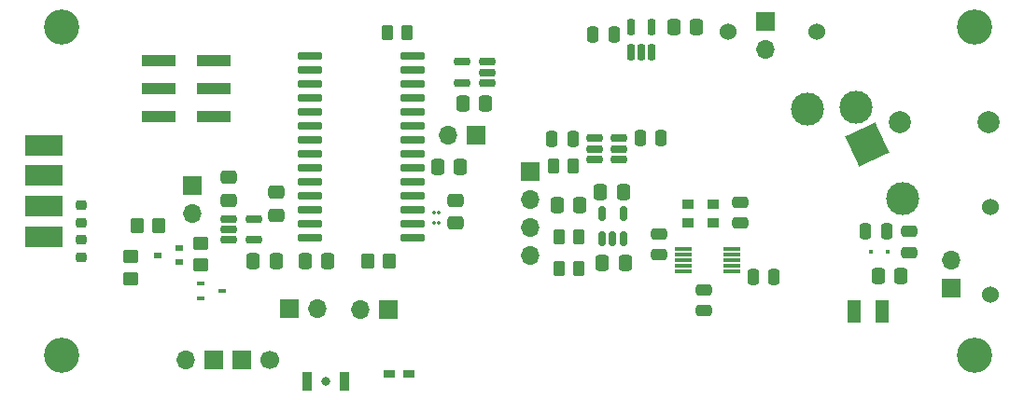
<source format=gts>
%TF.GenerationSoftware,KiCad,Pcbnew,(6.0.4-0)*%
%TF.CreationDate,2022-07-12T14:17:22-04:00*%
%TF.ProjectId,NanoFox80,4e616e6f-466f-4783-9830-2e6b69636164,rev?*%
%TF.SameCoordinates,Original*%
%TF.FileFunction,Soldermask,Top*%
%TF.FilePolarity,Negative*%
%FSLAX46Y46*%
G04 Gerber Fmt 4.6, Leading zero omitted, Abs format (unit mm)*
G04 Created by KiCad (PCBNEW (6.0.4-0)) date 2022-07-12 14:17:22*
%MOMM*%
%LPD*%
G01*
G04 APERTURE LIST*
G04 Aperture macros list*
%AMRoundRect*
0 Rectangle with rounded corners*
0 $1 Rounding radius*
0 $2 $3 $4 $5 $6 $7 $8 $9 X,Y pos of 4 corners*
0 Add a 4 corners polygon primitive as box body*
4,1,4,$2,$3,$4,$5,$6,$7,$8,$9,$2,$3,0*
0 Add four circle primitives for the rounded corners*
1,1,$1+$1,$2,$3*
1,1,$1+$1,$4,$5*
1,1,$1+$1,$6,$7*
1,1,$1+$1,$8,$9*
0 Add four rect primitives between the rounded corners*
20,1,$1+$1,$2,$3,$4,$5,0*
20,1,$1+$1,$4,$5,$6,$7,0*
20,1,$1+$1,$6,$7,$8,$9,0*
20,1,$1+$1,$8,$9,$2,$3,0*%
%AMRotRect*
0 Rectangle, with rotation*
0 The origin of the aperture is its center*
0 $1 length*
0 $2 width*
0 $3 Rotation angle, in degrees counterclockwise*
0 Add horizontal line*
21,1,$1,$2,0,0,$3*%
G04 Aperture macros list end*
%ADD10RoundRect,0.250000X0.475000X-0.250000X0.475000X0.250000X-0.475000X0.250000X-0.475000X-0.250000X0*%
%ADD11RoundRect,0.250000X-0.475000X0.337500X-0.475000X-0.337500X0.475000X-0.337500X0.475000X0.337500X0*%
%ADD12RoundRect,0.250000X0.337500X0.475000X-0.337500X0.475000X-0.337500X-0.475000X0.337500X-0.475000X0*%
%ADD13RoundRect,0.210000X0.150000X-0.512500X0.150000X0.512500X-0.150000X0.512500X-0.150000X-0.512500X0*%
%ADD14R,0.700000X0.470000*%
%ADD15RoundRect,0.250000X-0.450000X0.350000X-0.450000X-0.350000X0.450000X-0.350000X0.450000X0.350000X0*%
%ADD16RoundRect,0.210000X-0.512500X-0.150000X0.512500X-0.150000X0.512500X0.150000X-0.512500X0.150000X0*%
%ADD17R,1.700000X1.700000*%
%ADD18O,1.700000X1.700000*%
%ADD19RoundRect,0.250000X-0.250000X-0.475000X0.250000X-0.475000X0.250000X0.475000X-0.250000X0.475000X0*%
%ADD20R,1.000000X0.900000*%
%ADD21R,1.250000X2.000000*%
%ADD22C,0.800000*%
%ADD23R,0.900000X1.700000*%
%ADD24RoundRect,0.250000X-0.262500X-0.450000X0.262500X-0.450000X0.262500X0.450000X-0.262500X0.450000X0*%
%ADD25RoundRect,0.220000X-0.875000X-0.150000X0.875000X-0.150000X0.875000X0.150000X-0.875000X0.150000X0*%
%ADD26RoundRect,0.250000X-0.350000X-0.450000X0.350000X-0.450000X0.350000X0.450000X-0.350000X0.450000X0*%
%ADD27RoundRect,0.250000X0.450000X-0.350000X0.450000X0.350000X-0.450000X0.350000X-0.450000X-0.350000X0*%
%ADD28RoundRect,0.250000X-0.337500X-0.475000X0.337500X-0.475000X0.337500X0.475000X-0.337500X0.475000X0*%
%ADD29C,3.200000*%
%ADD30C,1.524000*%
%ADD31C,0.600000*%
%ADD32R,0.350000X0.350000*%
%ADD33RoundRect,0.250000X0.262500X0.450000X-0.262500X0.450000X-0.262500X-0.450000X0.262500X-0.450000X0*%
%ADD34RoundRect,0.250000X0.250000X0.475000X-0.250000X0.475000X-0.250000X-0.475000X0.250000X-0.475000X0*%
%ADD35R,0.700000X0.450000*%
%ADD36R,1.000000X0.800000*%
%ADD37C,2.000000*%
%ADD38RoundRect,0.060000X-0.700000X-0.150000X0.700000X-0.150000X0.700000X0.150000X-0.700000X0.150000X0*%
%ADD39C,0.350000*%
%ADD40RoundRect,0.218750X0.256250X-0.218750X0.256250X0.218750X-0.256250X0.218750X-0.256250X-0.218750X0*%
%ADD41RoundRect,0.150000X0.150000X-0.512500X0.150000X0.512500X-0.150000X0.512500X-0.150000X-0.512500X0*%
%ADD42RoundRect,0.218750X-0.256250X0.218750X-0.256250X-0.218750X0.256250X-0.218750X0.256250X0.218750X0*%
%ADD43RoundRect,0.250000X-0.475000X0.250000X-0.475000X-0.250000X0.475000X-0.250000X0.475000X0.250000X0*%
%ADD44RoundRect,0.210000X0.512500X0.150000X-0.512500X0.150000X-0.512500X-0.150000X0.512500X-0.150000X0*%
%ADD45R,3.150000X1.000000*%
%ADD46C,1.700000*%
%ADD47C,3.000000*%
%ADD48RotRect,3.000000X3.000000X25.000000*%
%ADD49R,3.480000X1.846667*%
G04 APERTURE END LIST*
D10*
%TO.C,C116*%
X137850000Y-80310000D03*
X137850000Y-78410000D03*
%TD*%
D11*
%TO.C,C103*%
X98830000Y-73272500D03*
X98830000Y-75347500D03*
%TD*%
D12*
%TO.C,C114*%
X134567500Y-74610000D03*
X132492500Y-74610000D03*
%TD*%
D13*
%TO.C,U101*%
X135260000Y-61907500D03*
X136210000Y-61907500D03*
X137160000Y-61907500D03*
X137160000Y-59632500D03*
X135260000Y-59632500D03*
%TD*%
D14*
%TO.C,Q101*%
X94320000Y-81000000D03*
X94320000Y-79700000D03*
X92320000Y-80350000D03*
%TD*%
D15*
%TO.C,R109*%
X96290000Y-79250000D03*
X96290000Y-81250000D03*
%TD*%
D16*
%TO.C,U201*%
X131942500Y-69740000D03*
X131942500Y-70690000D03*
X131942500Y-71640000D03*
X134217500Y-71640000D03*
X134217500Y-70690000D03*
X134217500Y-69740000D03*
%TD*%
D17*
%TO.C,TP101*%
X126100000Y-72760000D03*
D18*
X126100000Y-75300000D03*
X126100000Y-77840000D03*
X126100000Y-80380000D03*
%TD*%
D19*
%TO.C,C202*%
X128110000Y-69750000D03*
X130010000Y-69750000D03*
%TD*%
D17*
%TO.C,BT101*%
X95510000Y-74030000D03*
D18*
X95510000Y-76570000D03*
%TD*%
D20*
%TO.C,X102*%
X142750000Y-75710000D03*
X140450000Y-75710000D03*
X140450000Y-77410000D03*
X142750000Y-77410000D03*
%TD*%
D21*
%TO.C,FB101*%
X158055000Y-85470000D03*
X155505000Y-85470000D03*
%TD*%
D22*
%TO.C,SW101*%
X107620000Y-91780000D03*
D23*
X109320000Y-91780000D03*
X105920000Y-91780000D03*
%TD*%
D24*
%TO.C,R202*%
X128237500Y-72230000D03*
X130062500Y-72230000D03*
%TD*%
D25*
%TO.C,U105*%
X106170000Y-62235000D03*
X106170000Y-63505000D03*
X106170000Y-64775000D03*
X106170000Y-66045000D03*
X106170000Y-67315000D03*
X106170000Y-68585000D03*
X106170000Y-69855000D03*
X106170000Y-71125000D03*
X106170000Y-72395000D03*
X106170000Y-73665000D03*
X106170000Y-74935000D03*
X106170000Y-76205000D03*
X106170000Y-77475000D03*
X106170000Y-78745000D03*
X115470000Y-78745000D03*
X115470000Y-77475000D03*
X115470000Y-76205000D03*
X115470000Y-74935000D03*
X115470000Y-73665000D03*
X115470000Y-72395000D03*
X115470000Y-71125000D03*
X115470000Y-69855000D03*
X115470000Y-68585000D03*
X115470000Y-67315000D03*
X115470000Y-66045000D03*
X115470000Y-64775000D03*
X115470000Y-63505000D03*
X115470000Y-62235000D03*
%TD*%
D19*
%TO.C,C109*%
X146370000Y-82350000D03*
X148270000Y-82350000D03*
%TD*%
D24*
%TO.C,R201*%
X113167500Y-60130000D03*
X114992500Y-60130000D03*
%TD*%
D12*
%TO.C,C113*%
X119797500Y-72310000D03*
X117722500Y-72310000D03*
%TD*%
D26*
%TO.C,R108*%
X111370000Y-80900000D03*
X113370000Y-80900000D03*
%TD*%
D12*
%TO.C,C102*%
X141217500Y-59610000D03*
X139142500Y-59610000D03*
%TD*%
D27*
%TO.C,R111*%
X89920000Y-82480000D03*
X89920000Y-80480000D03*
%TD*%
D28*
%TO.C,C107*%
X101012500Y-80860000D03*
X103087500Y-80860000D03*
%TD*%
D29*
%TO.C,REF\u002A\u002A*%
X166400000Y-59600000D03*
%TD*%
D17*
%TO.C,AE101*%
X164350000Y-83365000D03*
D18*
X164350000Y-80825000D03*
%TD*%
D12*
%TO.C,C203*%
X122087500Y-66540000D03*
X120012500Y-66540000D03*
%TD*%
D30*
%TO.C,W102*%
X167890000Y-75960000D03*
D31*
X167890000Y-75960000D03*
X167890000Y-83960000D03*
D30*
X167890000Y-83960000D03*
%TD*%
D32*
%TO.C,D102*%
X157075000Y-80000000D03*
X158525000Y-80000000D03*
%TD*%
D33*
%TO.C,R101*%
X130572500Y-78680000D03*
X128747500Y-78680000D03*
%TD*%
D28*
%TO.C,C112*%
X105732500Y-80910000D03*
X107807500Y-80910000D03*
%TD*%
D34*
%TO.C,C201*%
X138030000Y-69740000D03*
X136130000Y-69740000D03*
%TD*%
D29*
%TO.C,REF\u002A\u002A*%
X166400000Y-89400000D03*
%TD*%
D28*
%TO.C,C111*%
X128592500Y-75840000D03*
X130667500Y-75840000D03*
%TD*%
D35*
%TO.C,Q102*%
X96230000Y-82930000D03*
X96230000Y-84230000D03*
X98230000Y-83580000D03*
%TD*%
D17*
%TO.C,J112*%
X104260000Y-85210000D03*
D18*
X106800000Y-85210000D03*
%TD*%
D26*
%TO.C,R110*%
X90460000Y-77650000D03*
X92460000Y-77650000D03*
%TD*%
D36*
%TO.C,D101*%
X115160000Y-91130000D03*
X113360000Y-91130000D03*
%TD*%
D30*
%TO.C,W101*%
X144120000Y-60040000D03*
D31*
X144120000Y-60040000D03*
X152120000Y-60040000D03*
D30*
X152120000Y-60040000D03*
%TD*%
D10*
%TO.C,C108*%
X145160000Y-77440000D03*
X145160000Y-75540000D03*
%TD*%
D37*
%TO.C,C115*%
X167725000Y-68270000D03*
X159675000Y-68270000D03*
%TD*%
D34*
%TO.C,C105*%
X158470000Y-78200000D03*
X156570000Y-78200000D03*
%TD*%
D38*
%TO.C,U103*%
X139990000Y-79810000D03*
X139990000Y-80310000D03*
X139990000Y-80810000D03*
X139990000Y-81310000D03*
X139990000Y-81810000D03*
X144390000Y-81810000D03*
X144390000Y-81310000D03*
X144390000Y-80810000D03*
X144390000Y-80310000D03*
X144390000Y-79810000D03*
%TD*%
D39*
%TO.C,X101*%
X117405000Y-76442500D03*
X117405000Y-77442500D03*
X117825000Y-77442500D03*
X117825000Y-76442500D03*
%TD*%
D12*
%TO.C,C106*%
X159777500Y-82240000D03*
X157702500Y-82240000D03*
%TD*%
D40*
%TO.C,D103*%
X85380000Y-77415000D03*
X85380000Y-75840000D03*
%TD*%
D41*
%TO.C,U104*%
X132680000Y-78867500D03*
X133630000Y-78867500D03*
X134580000Y-78867500D03*
X134580000Y-76592500D03*
X132680000Y-76592500D03*
%TD*%
D17*
%TO.C,J113*%
X113260000Y-85280000D03*
D18*
X110720000Y-85280000D03*
%TD*%
D19*
%TO.C,C117*%
X131820000Y-60280000D03*
X133720000Y-60280000D03*
%TD*%
D11*
%TO.C,C104*%
X103100000Y-74622500D03*
X103100000Y-76697500D03*
%TD*%
%TO.C,C121*%
X119350000Y-75375000D03*
X119350000Y-77450000D03*
%TD*%
D12*
%TO.C,C110*%
X134767500Y-81030000D03*
X132692500Y-81030000D03*
%TD*%
D33*
%TO.C,R102*%
X130582500Y-81600000D03*
X128757500Y-81600000D03*
%TD*%
D42*
%TO.C,D104*%
X85380000Y-78972500D03*
X85380000Y-80547500D03*
%TD*%
D43*
%TO.C,C105*%
X160490000Y-78180000D03*
X160490000Y-80080000D03*
%TD*%
D29*
%TO.C,REF\u002A\u002A*%
X83600000Y-89400000D03*
%TD*%
D17*
%TO.C,J115*%
X121190000Y-69475000D03*
D18*
X118650000Y-69475000D03*
%TD*%
D17*
%TO.C,J101*%
X147460000Y-59140000D03*
D18*
X147460000Y-61680000D03*
%TD*%
D44*
%TO.C,U202*%
X122227500Y-64690000D03*
X122227500Y-63740000D03*
X122227500Y-62790000D03*
X119952500Y-62790000D03*
X119952500Y-64690000D03*
%TD*%
D16*
%TO.C,U102*%
X98822500Y-77070000D03*
X98822500Y-78020000D03*
X98822500Y-78970000D03*
X101097500Y-78970000D03*
X101097500Y-77070000D03*
%TD*%
D29*
%TO.C,REF\u002A\u002A*%
X83600000Y-59600000D03*
%TD*%
D43*
%TO.C,C101*%
X141890000Y-83510000D03*
X141890000Y-85410000D03*
%TD*%
D45*
%TO.C,P101*%
X97450000Y-67780000D03*
X92400000Y-67780000D03*
X97450000Y-65240000D03*
X92400000Y-65240000D03*
X97450000Y-62700000D03*
X92400000Y-62700000D03*
%TD*%
D46*
%TO.C,MOD1*%
X102540000Y-89880000D03*
D17*
X100000000Y-89880000D03*
X97460000Y-89880000D03*
D18*
X94920000Y-89880000D03*
%TD*%
D47*
%TO.C,L101*%
X159907500Y-75185000D03*
X151247500Y-67065000D03*
X155657500Y-66905000D03*
D48*
X156737500Y-70265000D03*
%TD*%
D49*
%TO.C,J111*%
X82000000Y-70345000D03*
X82000000Y-73115000D03*
X82000000Y-75885000D03*
X82000000Y-78655000D03*
%TD*%
M02*

</source>
